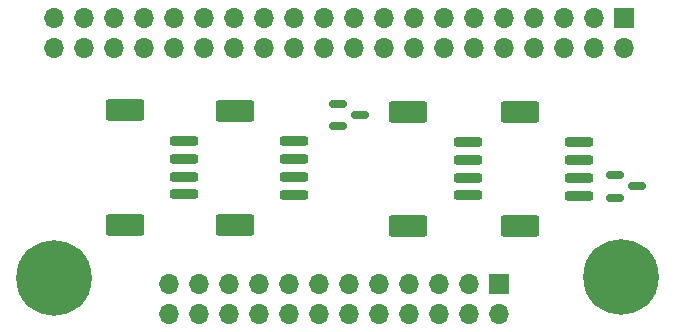
<source format=gbr>
%TF.GenerationSoftware,KiCad,Pcbnew,8.0.3*%
%TF.CreationDate,2024-08-02T19:42:00+02:00*%
%TF.ProjectId,HatV5,48617456-352e-46b6-9963-61645f706362,V2*%
%TF.SameCoordinates,Original*%
%TF.FileFunction,Soldermask,Top*%
%TF.FilePolarity,Negative*%
%FSLAX46Y46*%
G04 Gerber Fmt 4.6, Leading zero omitted, Abs format (unit mm)*
G04 Created by KiCad (PCBNEW 8.0.3) date 2024-08-02 19:42:00*
%MOMM*%
%LPD*%
G01*
G04 APERTURE LIST*
G04 Aperture macros list*
%AMRoundRect*
0 Rectangle with rounded corners*
0 $1 Rounding radius*
0 $2 $3 $4 $5 $6 $7 $8 $9 X,Y pos of 4 corners*
0 Add a 4 corners polygon primitive as box body*
4,1,4,$2,$3,$4,$5,$6,$7,$8,$9,$2,$3,0*
0 Add four circle primitives for the rounded corners*
1,1,$1+$1,$2,$3*
1,1,$1+$1,$4,$5*
1,1,$1+$1,$6,$7*
1,1,$1+$1,$8,$9*
0 Add four rect primitives between the rounded corners*
20,1,$1+$1,$2,$3,$4,$5,0*
20,1,$1+$1,$4,$5,$6,$7,0*
20,1,$1+$1,$6,$7,$8,$9,0*
20,1,$1+$1,$8,$9,$2,$3,0*%
G04 Aperture macros list end*
%ADD10RoundRect,0.200000X1.000000X-0.200000X1.000000X0.200000X-1.000000X0.200000X-1.000000X-0.200000X0*%
%ADD11RoundRect,0.250000X1.400000X-0.650000X1.400000X0.650000X-1.400000X0.650000X-1.400000X-0.650000X0*%
%ADD12RoundRect,0.150000X-0.587500X-0.150000X0.587500X-0.150000X0.587500X0.150000X-0.587500X0.150000X0*%
%ADD13C,0.800000*%
%ADD14C,6.400000*%
%ADD15R,1.700000X1.700000*%
%ADD16O,1.700000X1.700000*%
G04 APERTURE END LIST*
D10*
%TO.C,J4*%
X159961778Y-104134422D03*
X159961778Y-102634422D03*
X159961778Y-101134422D03*
X159961778Y-99634422D03*
D11*
X154911778Y-106734422D03*
X154911778Y-97034422D03*
%TD*%
D10*
%TO.C,J3*%
X150552800Y-104120000D03*
X150552800Y-102620000D03*
X150552800Y-101120000D03*
X150552800Y-99620000D03*
D11*
X145502800Y-106720000D03*
X145502800Y-97020000D03*
%TD*%
D12*
%TO.C,U4*%
X162955256Y-102404865D03*
X162955256Y-104304865D03*
X164830256Y-103354865D03*
%TD*%
%TO.C,U2*%
X139565200Y-96363200D03*
X139565200Y-98263200D03*
X141440200Y-97313200D03*
%TD*%
D10*
%TO.C,J2*%
X135838200Y-104043800D03*
X135838200Y-102543800D03*
X135838200Y-101043800D03*
X135838200Y-99543800D03*
D11*
X130788200Y-106643800D03*
X130788200Y-96943800D03*
%TD*%
D10*
%TO.C,J1*%
X126532400Y-104019400D03*
X126532400Y-102519400D03*
X126532400Y-101019400D03*
X126532400Y-99519400D03*
D11*
X121482400Y-106619400D03*
X121482400Y-96919400D03*
%TD*%
D13*
%TO.C,H1*%
X113082400Y-111119400D03*
X113785344Y-109422344D03*
X113785344Y-112816456D03*
X115482400Y-108719400D03*
D14*
X115482400Y-111119400D03*
D13*
X115482400Y-113519400D03*
X117179456Y-109422344D03*
X117179456Y-112816456D03*
X117882400Y-111119400D03*
%TD*%
%TO.C,H2*%
X161140056Y-111064796D03*
X161843000Y-109367740D03*
X161843000Y-112761852D03*
X163540056Y-108664796D03*
D14*
X163540056Y-111064796D03*
D13*
X163540056Y-113464796D03*
X165237112Y-109367740D03*
X165237112Y-112761852D03*
X165940056Y-111064796D03*
%TD*%
D15*
%TO.C,J5*%
X163722400Y-89079400D03*
D16*
X163722400Y-91619400D03*
X161182400Y-89079400D03*
X161182400Y-91619400D03*
X158642400Y-89079400D03*
X158642400Y-91619400D03*
X156102400Y-89079400D03*
X156102400Y-91619400D03*
X153562400Y-89079400D03*
X153562400Y-91619400D03*
X151022400Y-89079400D03*
X151022400Y-91619400D03*
X148482400Y-89079400D03*
X148482400Y-91619400D03*
X145942400Y-89079400D03*
X145942400Y-91619400D03*
X143402400Y-89079400D03*
X143402400Y-91619400D03*
X140862400Y-89079400D03*
X140862400Y-91619400D03*
X138322400Y-89079400D03*
X138322400Y-91619400D03*
X135782400Y-89079400D03*
X135782400Y-91619400D03*
X133242400Y-89079400D03*
X133242400Y-91619400D03*
X130702400Y-89079400D03*
X130702400Y-91619400D03*
X128162400Y-89079400D03*
X128162400Y-91619400D03*
X125622400Y-89079400D03*
X125622400Y-91619400D03*
X123082400Y-89079400D03*
X123082400Y-91619400D03*
X120542400Y-89079400D03*
X120542400Y-91619400D03*
X118002400Y-89079400D03*
X118002400Y-91619400D03*
X115462400Y-89079400D03*
X115462400Y-91619400D03*
%TD*%
D15*
%TO.C,J6*%
X153142400Y-111619400D03*
D16*
X153142400Y-114159400D03*
X150602400Y-111619400D03*
X150602400Y-114159400D03*
X148062400Y-111619400D03*
X148062400Y-114159400D03*
X145522400Y-111619400D03*
X145522400Y-114159400D03*
X142982400Y-111619400D03*
X142982400Y-114159400D03*
X140442400Y-111619400D03*
X140442400Y-114159400D03*
X137902400Y-111619400D03*
X137902400Y-114159400D03*
X135362400Y-111619400D03*
X135362400Y-114159400D03*
X132822400Y-111619400D03*
X132822400Y-114159400D03*
X130282400Y-111619400D03*
X130282400Y-114159400D03*
X127742400Y-111619400D03*
X127742400Y-114159400D03*
X125202400Y-111619400D03*
X125202400Y-114159400D03*
%TD*%
M02*

</source>
